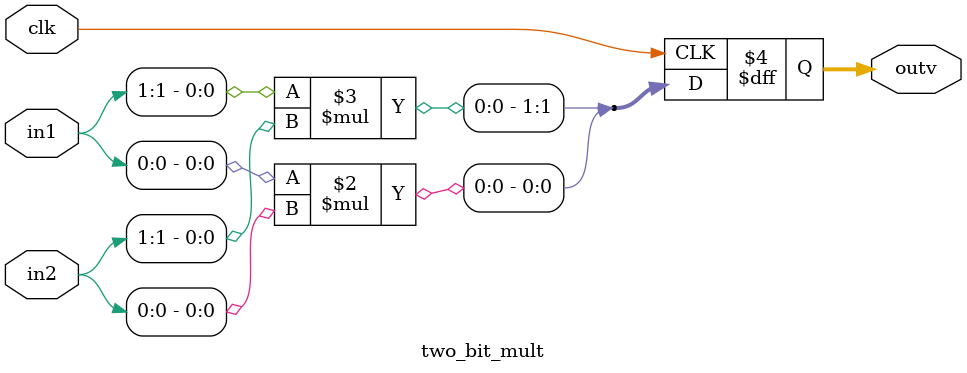
<source format=v>
module two_bit_mult (
    input wire [1:0] in1,
    input wire [1:0] in2,
    output reg [1:0] outv,
    input wire clk
);

always @(posedge clk) begin
    outv[0] <= in1[0] * in2[0];
    outv[1] <= in1[1] * in2[1];
end

endmodule

</source>
